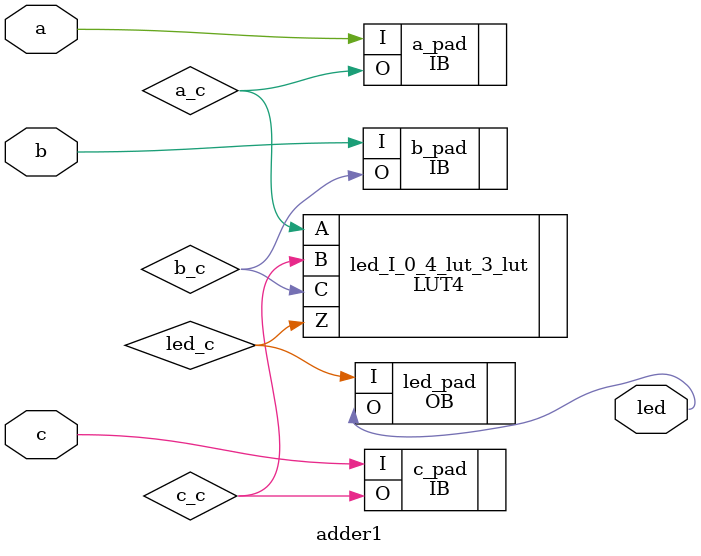
<source format=v>

module adder1 (a, b, c, led) /* synthesis syn_module_defined=1 */ ;   // e:/fpgaproject/stepmxo2/swust/3.voter3/voter3.v(13[8:14])
    input a;   // e:/fpgaproject/stepmxo2/swust/3.voter3/voter3.v(15[12:13])
    input b;   // e:/fpgaproject/stepmxo2/swust/3.voter3/voter3.v(16[12:13])
    input c;   // e:/fpgaproject/stepmxo2/swust/3.voter3/voter3.v(17[12:13])
    output led;   // e:/fpgaproject/stepmxo2/swust/3.voter3/voter3.v(18[13:16])
    
    
    wire a_c, b_c, c_c, led_c, VCC_net, GND_net;
    
    GSR GSR_INST (.GSR(VCC_net));
    VHI i26 (.Z(VCC_net));
    LUT4 led_I_0_4_lut_3_lut (.A(a_c), .B(c_c), .C(b_c), .Z(led_c)) /* synthesis lut_function=(A (B+(C))+!A (B (C))) */ ;   // e:/fpgaproject/stepmxo2/swust/3.voter3/voter3.v(21[15:26])
    defparam led_I_0_4_lut_3_lut.init = 16'he8e8;
    VLO i32 (.Z(GND_net));
    OB led_pad (.I(led_c), .O(led));   // e:/fpgaproject/stepmxo2/swust/3.voter3/voter3.v(18[13:16])
    IB a_pad (.I(a), .O(a_c));   // e:/fpgaproject/stepmxo2/swust/3.voter3/voter3.v(15[12:13])
    IB b_pad (.I(b), .O(b_c));   // e:/fpgaproject/stepmxo2/swust/3.voter3/voter3.v(16[12:13])
    IB c_pad (.I(c), .O(c_c));   // e:/fpgaproject/stepmxo2/swust/3.voter3/voter3.v(17[12:13])
    PUR PUR_INST (.PUR(VCC_net));
    defparam PUR_INST.RST_PULSE = 1;
    TSALL TSALL_INST (.TSALL(GND_net));
    
endmodule
//
// Verilog Description of module PUR
// module not written out since it is a black-box. 
//

//
// Verilog Description of module TSALL
// module not written out since it is a black-box. 
//


</source>
